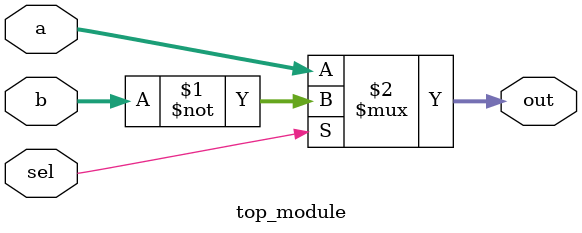
<source format=v>
module top_module (
	input [99:0] a,
	input [99:0] b,
	input sel,
	output [99:0] out
);

	assign out = sel ? ~b : a; // Change: bitwise NOT operation on b

endmodule

</source>
